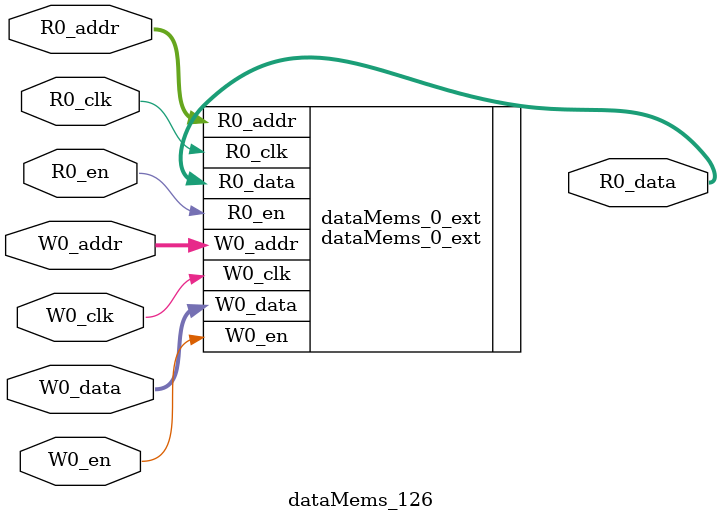
<source format=sv>
`ifndef RANDOMIZE
  `ifdef RANDOMIZE_REG_INIT
    `define RANDOMIZE
  `endif // RANDOMIZE_REG_INIT
`endif // not def RANDOMIZE
`ifndef RANDOMIZE
  `ifdef RANDOMIZE_MEM_INIT
    `define RANDOMIZE
  `endif // RANDOMIZE_MEM_INIT
`endif // not def RANDOMIZE

`ifndef RANDOM
  `define RANDOM $random
`endif // not def RANDOM

// Users can define 'PRINTF_COND' to add an extra gate to prints.
`ifndef PRINTF_COND_
  `ifdef PRINTF_COND
    `define PRINTF_COND_ (`PRINTF_COND)
  `else  // PRINTF_COND
    `define PRINTF_COND_ 1
  `endif // PRINTF_COND
`endif // not def PRINTF_COND_

// Users can define 'ASSERT_VERBOSE_COND' to add an extra gate to assert error printing.
`ifndef ASSERT_VERBOSE_COND_
  `ifdef ASSERT_VERBOSE_COND
    `define ASSERT_VERBOSE_COND_ (`ASSERT_VERBOSE_COND)
  `else  // ASSERT_VERBOSE_COND
    `define ASSERT_VERBOSE_COND_ 1
  `endif // ASSERT_VERBOSE_COND
`endif // not def ASSERT_VERBOSE_COND_

// Users can define 'STOP_COND' to add an extra gate to stop conditions.
`ifndef STOP_COND_
  `ifdef STOP_COND
    `define STOP_COND_ (`STOP_COND)
  `else  // STOP_COND
    `define STOP_COND_ 1
  `endif // STOP_COND
`endif // not def STOP_COND_

// Users can define INIT_RANDOM as general code that gets injected into the
// initializer block for modules with registers.
`ifndef INIT_RANDOM
  `define INIT_RANDOM
`endif // not def INIT_RANDOM

// If using random initialization, you can also define RANDOMIZE_DELAY to
// customize the delay used, otherwise 0.002 is used.
`ifndef RANDOMIZE_DELAY
  `define RANDOMIZE_DELAY 0.002
`endif // not def RANDOMIZE_DELAY

// Define INIT_RANDOM_PROLOG_ for use in our modules below.
`ifndef INIT_RANDOM_PROLOG_
  `ifdef RANDOMIZE
    `ifdef VERILATOR
      `define INIT_RANDOM_PROLOG_ `INIT_RANDOM
    `else  // VERILATOR
      `define INIT_RANDOM_PROLOG_ `INIT_RANDOM #`RANDOMIZE_DELAY begin end
    `endif // VERILATOR
  `else  // RANDOMIZE
    `define INIT_RANDOM_PROLOG_
  `endif // RANDOMIZE
`endif // not def INIT_RANDOM_PROLOG_

// Include register initializers in init blocks unless synthesis is set
`ifndef SYNTHESIS
  `ifndef ENABLE_INITIAL_REG_
    `define ENABLE_INITIAL_REG_
  `endif // not def ENABLE_INITIAL_REG_
`endif // not def SYNTHESIS

// Include rmemory initializers in init blocks unless synthesis is set
`ifndef SYNTHESIS
  `ifndef ENABLE_INITIAL_MEM_
    `define ENABLE_INITIAL_MEM_
  `endif // not def ENABLE_INITIAL_MEM_
`endif // not def SYNTHESIS

module dataMems_126(	// @[generators/ara/src/main/scala/UnsafeAXI4ToTL.scala:365:62]
  input  [4:0]   R0_addr,
  input          R0_en,
  input          R0_clk,
  output [258:0] R0_data,
  input  [4:0]   W0_addr,
  input          W0_en,
  input          W0_clk,
  input  [258:0] W0_data
);

  dataMems_0_ext dataMems_0_ext (	// @[generators/ara/src/main/scala/UnsafeAXI4ToTL.scala:365:62]
    .R0_addr (R0_addr),
    .R0_en   (R0_en),
    .R0_clk  (R0_clk),
    .R0_data (R0_data),
    .W0_addr (W0_addr),
    .W0_en   (W0_en),
    .W0_clk  (W0_clk),
    .W0_data (W0_data)
  );
endmodule


</source>
